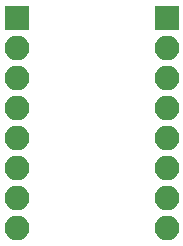
<source format=gbs>
G04 #@! TF.GenerationSoftware,KiCad,Pcbnew,(5.0-dev-4158-ga83669ab1)*
G04 #@! TF.CreationDate,2018-03-07T22:38:41+01:00*
G04 #@! TF.ProjectId,bbq10breakout,6262713130627265616B6F75742E6B69,rev?*
G04 #@! TF.SameCoordinates,Original*
G04 #@! TF.FileFunction,Soldermask,Bot*
G04 #@! TF.FilePolarity,Negative*
%FSLAX46Y46*%
G04 Gerber Fmt 4.6, Leading zero omitted, Abs format (unit mm)*
G04 Created by KiCad (PCBNEW (5.0-dev-4158-ga83669ab1)) date 03/07/18 22:38:41*
%MOMM*%
%LPD*%
G01*
G04 APERTURE LIST*
%ADD10R,2.100000X2.100000*%
%ADD11O,2.100000X2.100000*%
G04 APERTURE END LIST*
D10*
X180340000Y-33020000D03*
D11*
X180340000Y-35560000D03*
X180340000Y-38100000D03*
X180340000Y-40640000D03*
X180340000Y-43180000D03*
X180340000Y-45720000D03*
X180340000Y-48260000D03*
X180340000Y-50800000D03*
X167640000Y-50800000D03*
X167640000Y-48260000D03*
X167640000Y-45720000D03*
X167640000Y-43180000D03*
X167640000Y-40640000D03*
X167640000Y-38100000D03*
X167640000Y-35560000D03*
D10*
X167640000Y-33020000D03*
M02*

</source>
